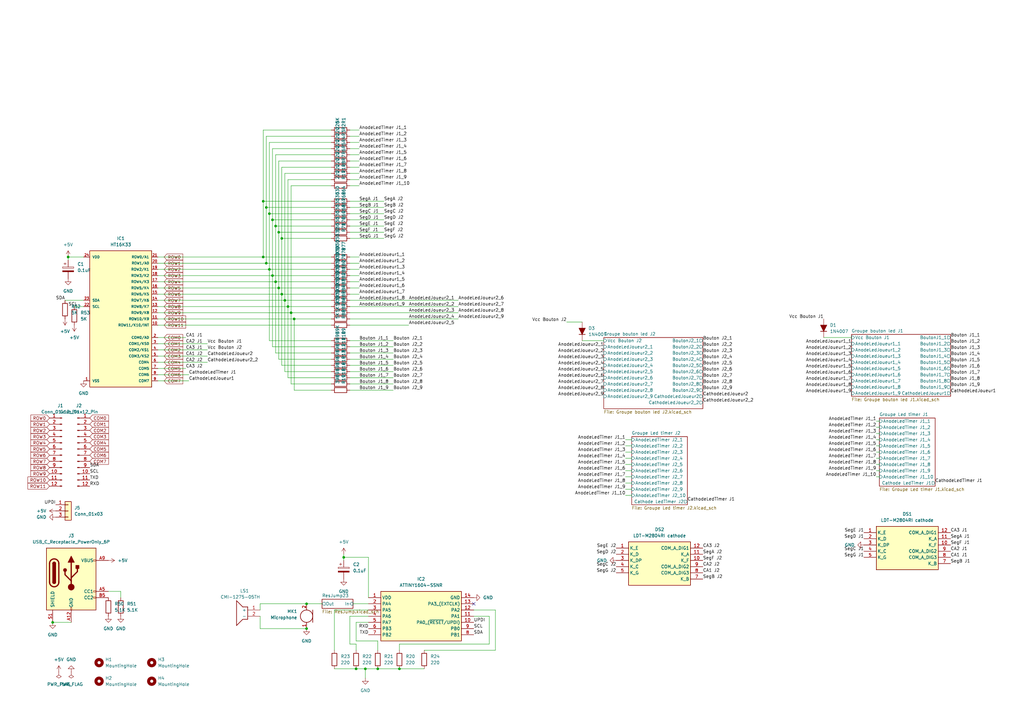
<source format=kicad_sch>
(kicad_sch (version 20231120) (generator "eeschema") (generator_version "8.0")
  (paper "A3")
  (junction (at 120.65 130.81))
  (junction (at 115.57 97.79))
  (junction (at 118.11 125.73))
  (junction (at 110.49 110.49))
  (junction (at 125.73 247.65))
  (junction (at 113.03 92.71))
  (junction (at 154.94 274.32))
  (junction (at 107.95 105.41))
  (junction (at 107.95 82.55))
  (junction (at 114.3 95.25))
  (junction (at 125.73 257.81))
  (junction (at 109.22 107.95))
  (junction (at 115.57 120.65))
  (junction (at 146.05 274.32))
  (junction (at 116.84 123.19))
  (junction (at 21.59 255.27))
  (junction (at 119.38 128.27))
  (junction (at 111.76 113.03))
  (junction (at 27.94 105.41))
  (junction (at 109.22 85.09))
  (junction (at 113.03 115.57))
  (junction (at 149.86 274.32))
  (junction (at 111.76 90.17))
  (junction (at 140.97 228.6))
  (junction (at 163.83 274.32))
  (junction (at 114.3 118.11))
  (junction (at 110.49 87.63))
  (no_connect (at 194.31 247.65))
  (wire (pts (xy 137.16 250.19) (xy 137.16 266.7)))
  (wire (pts (xy 359.41 187.96) (xy 360.68 187.96)))
  (wire (pts (xy 110.49 110.49) (xy 135.89 110.49)))
  (wire (pts (xy 135.89 68.58) (xy 115.57 68.58)))
  (wire (pts (xy 194.31 252.73) (xy 200.66 252.73)))
  (wire (pts (xy 113.03 144.78) (xy 135.89 144.78)))
  (wire (pts (xy 151.13 245.11) (xy 151.13 228.6)))
  (wire (pts (xy 143.51 144.78) (xy 161.29 144.78)))
  (wire (pts (xy 256.54 187.96) (xy 259.08 187.96)))
  (wire (pts (xy 64.77 107.95) (xy 109.22 107.95)))
  (wire (pts (xy 359.41 175.26) (xy 360.68 175.26)))
  (wire (pts (xy 64.77 105.41) (xy 107.95 105.41)))
  (wire (pts (xy 120.65 130.81) (xy 135.89 130.81)))
  (wire (pts (xy 135.89 53.34) (xy 107.95 53.34)))
  (wire (pts (xy 106.68 252.73) (xy 106.68 257.81)))
  (wire (pts (xy 163.83 264.16) (xy 200.66 264.16)))
  (wire (pts (xy 119.38 157.48) (xy 119.38 128.27)))
  (wire (pts (xy 359.41 177.8) (xy 360.68 177.8)))
  (wire (pts (xy 118.11 125.73) (xy 135.89 125.73)))
  (wire (pts (xy 116.84 123.19) (xy 135.89 123.19)))
  (wire (pts (xy 110.49 139.7) (xy 110.49 110.49)))
  (wire (pts (xy 106.68 257.81) (xy 125.73 257.81)))
  (wire (pts (xy 256.54 182.88) (xy 259.08 182.88)))
  (wire (pts (xy 111.76 142.24) (xy 135.89 142.24)))
  (wire (pts (xy 115.57 68.58) (xy 115.57 97.79)))
  (wire (pts (xy 114.3 95.25) (xy 114.3 118.11)))
  (wire (pts (xy 64.77 120.65) (xy 115.57 120.65)))
  (wire (pts (xy 151.13 247.65) (xy 144.78 247.65)))
  (wire (pts (xy 135.89 55.88) (xy 109.22 55.88)))
  (wire (pts (xy 135.89 76.2) (xy 119.38 76.2)))
  (wire (pts (xy 143.51 123.19) (xy 187.96 123.19)))
  (wire (pts (xy 143.51 66.04) (xy 147.32 66.04)))
  (wire (pts (xy 135.89 95.25) (xy 114.3 95.25)))
  (wire (pts (xy 143.51 105.41) (xy 147.32 105.41)))
  (wire (pts (xy 163.83 274.32) (xy 173.99 274.32)))
  (wire (pts (xy 64.77 113.03) (xy 111.76 113.03)))
  (wire (pts (xy 154.94 262.89) (xy 154.94 266.7)))
  (wire (pts (xy 27.94 105.41) (xy 27.94 106.68)))
  (wire (pts (xy 64.77 130.81) (xy 120.65 130.81)))
  (wire (pts (xy 110.49 139.7) (xy 135.89 139.7)))
  (wire (pts (xy 359.41 190.5) (xy 360.68 190.5)))
  (wire (pts (xy 256.54 193.04) (xy 259.08 193.04)))
  (wire (pts (xy 135.89 97.79) (xy 115.57 97.79)))
  (wire (pts (xy 115.57 149.86) (xy 115.57 120.65)))
  (wire (pts (xy 146.05 255.27) (xy 146.05 262.89)))
  (wire (pts (xy 114.3 66.04) (xy 114.3 95.25)))
  (wire (pts (xy 359.41 193.04) (xy 360.68 193.04)))
  (wire (pts (xy 143.51 120.65) (xy 147.32 120.65)))
  (wire (pts (xy 146.05 274.32) (xy 149.86 274.32)))
  (wire (pts (xy 146.05 264.16) (xy 143.51 264.16)))
  (wire (pts (xy 163.83 264.16) (xy 163.83 266.7)))
  (wire (pts (xy 143.51 139.7) (xy 161.29 139.7)))
  (wire (pts (xy 337.82 138.43) (xy 349.25 138.43)))
  (wire (pts (xy 116.84 71.12) (xy 116.84 123.19)))
  (wire (pts (xy 64.77 153.67) (xy 77.47 153.67)))
  (wire (pts (xy 109.22 55.88) (xy 109.22 85.09)))
  (wire (pts (xy 114.3 147.32) (xy 135.89 147.32)))
  (wire (pts (xy 359.41 185.42) (xy 360.68 185.42)))
  (wire (pts (xy 143.51 160.02) (xy 161.29 160.02)))
  (wire (pts (xy 118.11 154.94) (xy 135.89 154.94)))
  (wire (pts (xy 64.77 146.05) (xy 85.09 146.05)))
  (wire (pts (xy 143.51 118.11) (xy 147.32 118.11)))
  (wire (pts (xy 64.77 133.35) (xy 135.89 133.35)))
  (wire (pts (xy 143.51 55.88) (xy 147.32 55.88)))
  (wire (pts (xy 119.38 76.2) (xy 119.38 128.27)))
  (wire (pts (xy 135.89 63.5) (xy 113.03 63.5)))
  (wire (pts (xy 115.57 97.79) (xy 115.57 120.65)))
  (wire (pts (xy 34.29 105.41) (xy 27.94 105.41)))
  (wire (pts (xy 107.95 105.41) (xy 135.89 105.41)))
  (wire (pts (xy 143.51 76.2) (xy 147.32 76.2)))
  (wire (pts (xy 64.77 148.59) (xy 85.09 148.59)))
  (wire (pts (xy 256.54 185.42) (xy 259.08 185.42)))
  (wire (pts (xy 44.45 242.57) (xy 49.53 242.57)))
  (wire (pts (xy 151.13 228.6) (xy 140.97 228.6)))
  (wire (pts (xy 256.54 203.2) (xy 259.08 203.2)))
  (wire (pts (xy 106.68 247.65) (xy 125.73 247.65)))
  (wire (pts (xy 64.77 156.21) (xy 77.47 156.21)))
  (wire (pts (xy 143.51 107.95) (xy 147.32 107.95)))
  (wire (pts (xy 135.89 82.55) (xy 107.95 82.55)))
  (wire (pts (xy 143.51 82.55) (xy 157.48 82.55)))
  (wire (pts (xy 143.51 128.27) (xy 187.96 128.27)))
  (wire (pts (xy 238.76 139.7) (xy 247.65 139.7)))
  (wire (pts (xy 143.51 152.4) (xy 161.29 152.4)))
  (wire (pts (xy 359.41 180.34) (xy 360.68 180.34)))
  (wire (pts (xy 64.77 110.49) (xy 110.49 110.49)))
  (wire (pts (xy 115.57 120.65) (xy 135.89 120.65)))
  (wire (pts (xy 116.84 152.4) (xy 116.84 123.19)))
  (wire (pts (xy 113.03 144.78) (xy 113.03 115.57)))
  (wire (pts (xy 110.49 87.63) (xy 110.49 110.49)))
  (wire (pts (xy 109.22 85.09) (xy 109.22 107.95)))
  (wire (pts (xy 64.77 143.51) (xy 85.09 143.51)))
  (wire (pts (xy 143.51 95.25) (xy 157.48 95.25)))
  (wire (pts (xy 143.51 115.57) (xy 147.32 115.57)))
  (wire (pts (xy 256.54 180.34) (xy 259.08 180.34)))
  (wire (pts (xy 143.51 154.94) (xy 161.29 154.94)))
  (wire (pts (xy 137.16 274.32) (xy 146.05 274.32)))
  (wire (pts (xy 143.51 130.81) (xy 187.96 130.81)))
  (wire (pts (xy 256.54 200.66) (xy 259.08 200.66)))
  (wire (pts (xy 140.97 227.33) (xy 140.97 228.6)))
  (wire (pts (xy 26.67 123.19) (xy 34.29 123.19)))
  (wire (pts (xy 21.59 255.27) (xy 29.21 255.27)))
  (wire (pts (xy 64.77 128.27) (xy 119.38 128.27)))
  (wire (pts (xy 118.11 73.66) (xy 118.11 125.73)))
  (wire (pts (xy 64.77 115.57) (xy 113.03 115.57)))
  (wire (pts (xy 143.51 113.03) (xy 147.32 113.03)))
  (wire (pts (xy 115.57 149.86) (xy 135.89 149.86)))
  (wire (pts (xy 143.51 68.58) (xy 147.32 68.58)))
  (wire (pts (xy 143.51 60.96) (xy 147.32 60.96)))
  (wire (pts (xy 49.53 242.57) (xy 49.53 245.11)))
  (wire (pts (xy 109.22 107.95) (xy 135.89 107.95)))
  (wire (pts (xy 143.51 157.48) (xy 161.29 157.48)))
  (wire (pts (xy 118.11 154.94) (xy 118.11 125.73)))
  (wire (pts (xy 135.89 85.09) (xy 109.22 85.09)))
  (wire (pts (xy 154.94 274.32) (xy 163.83 274.32)))
  (wire (pts (xy 132.08 247.65) (xy 125.73 247.65)))
  (wire (pts (xy 143.51 142.24) (xy 161.29 142.24)))
  (wire (pts (xy 120.65 160.02) (xy 120.65 130.81)))
  (wire (pts (xy 143.51 149.86) (xy 161.29 149.86)))
  (wire (pts (xy 256.54 195.58) (xy 259.08 195.58)))
  (wire (pts (xy 64.77 118.11) (xy 114.3 118.11)))
  (wire (pts (xy 143.51 71.12) (xy 147.32 71.12)))
  (wire (pts (xy 143.51 58.42) (xy 147.32 58.42)))
  (wire (pts (xy 119.38 128.27) (xy 135.89 128.27)))
  (wire (pts (xy 359.41 195.58) (xy 360.68 195.58)))
  (wire (pts (xy 135.89 71.12) (xy 116.84 71.12)))
  (wire (pts (xy 151.13 250.19) (xy 137.16 250.19)))
  (wire (pts (xy 143.51 252.73) (xy 151.13 252.73)))
  (wire (pts (xy 143.51 53.34) (xy 147.32 53.34)))
  (wire (pts (xy 119.38 157.48) (xy 135.89 157.48)))
  (wire (pts (xy 143.51 147.32) (xy 161.29 147.32)))
  (wire (pts (xy 64.77 140.97) (xy 85.09 140.97)))
  (wire (pts (xy 203.2 250.19) (xy 203.2 266.7)))
  (wire (pts (xy 256.54 190.5) (xy 259.08 190.5)))
  (wire (pts (xy 143.51 133.35) (xy 167.64 133.35)))
  (wire (pts (xy 143.51 97.79) (xy 157.48 97.79)))
  (wire (pts (xy 149.86 274.32) (xy 154.94 274.32)))
  (wire (pts (xy 135.89 60.96) (xy 111.76 60.96)))
  (wire (pts (xy 107.95 53.34) (xy 107.95 82.55)))
  (wire (pts (xy 203.2 266.7) (xy 173.99 266.7)))
  (wire (pts (xy 135.89 73.66) (xy 118.11 73.66)))
  (wire (pts (xy 143.51 110.49) (xy 147.32 110.49)))
  (wire (pts (xy 135.89 87.63) (xy 110.49 87.63)))
  (wire (pts (xy 113.03 115.57) (xy 135.89 115.57)))
  (wire (pts (xy 116.84 152.4) (xy 135.89 152.4)))
  (wire (pts (xy 114.3 118.11) (xy 135.89 118.11)))
  (wire (pts (xy 359.41 182.88) (xy 360.68 182.88)))
  (wire (pts (xy 146.05 266.7) (xy 146.05 264.16)))
  (wire (pts (xy 111.76 90.17) (xy 111.76 113.03)))
  (wire (pts (xy 107.95 82.55) (xy 107.95 105.41)))
  (wire (pts (xy 194.31 250.19) (xy 203.2 250.19)))
  (wire (pts (xy 111.76 113.03) (xy 111.76 142.24)))
  (wire (pts (xy 111.76 113.03) (xy 135.89 113.03)))
  (wire (pts (xy 149.86 274.32) (xy 149.86 278.13)))
  (wire (pts (xy 200.66 252.73) (xy 200.66 264.16)))
  (wire (pts (xy 256.54 198.12) (xy 259.08 198.12)))
  (wire (pts (xy 135.89 58.42) (xy 110.49 58.42)))
  (wire (pts (xy 120.65 160.02) (xy 135.89 160.02)))
  (wire (pts (xy 143.51 85.09) (xy 157.48 85.09)))
  (wire (pts (xy 106.68 250.19) (xy 106.68 247.65)))
  (wire (pts (xy 143.51 125.73) (xy 187.96 125.73)))
  (wire (pts (xy 143.51 73.66) (xy 147.32 73.66)))
  (wire (pts (xy 143.51 63.5) (xy 147.32 63.5)))
  (wire (pts (xy 135.89 66.04) (xy 114.3 66.04)))
  (wire (pts (xy 143.51 90.17) (xy 157.48 90.17)))
  (wire (pts (xy 146.05 262.89) (xy 154.94 262.89)))
  (wire (pts (xy 238.76 132.08) (xy 232.41 132.08)))
  (wire (pts (xy 113.03 92.71) (xy 113.03 115.57)))
  (wire (pts (xy 110.49 58.42) (xy 110.49 87.63)))
  (wire (pts (xy 113.03 63.5) (xy 113.03 92.71)))
  (wire (pts (xy 143.51 92.71) (xy 157.48 92.71)))
  (wire (pts (xy 64.77 151.13) (xy 76.2 151.13)))
  (wire (pts (xy 135.89 90.17) (xy 111.76 90.17)))
  (wire (pts (xy 151.13 255.27) (xy 146.05 255.27)))
  (wire (pts (xy 64.77 123.19) (xy 116.84 123.19)))
  (wire (pts (xy 111.76 60.96) (xy 111.76 90.17)))
  (wire (pts (xy 143.51 87.63) (xy 157.48 87.63)))
  (wire (pts (xy 135.89 92.71) (xy 113.03 92.71)))
  (wire (pts (xy 143.51 252.73) (xy 143.51 264.16)))
  (wire (pts (xy 30.48 125.73) (xy 34.29 125.73)))
  (wire (pts (xy 64.77 138.43) (xy 76.2 138.43)))
  (wire (pts (xy 114.3 118.11) (xy 114.3 147.32)))
  (wire (pts (xy 140.97 228.6) (xy 140.97 229.87)))
  (wire (pts (xy 64.77 125.73) (xy 118.11 125.73)))
  (wire (pts (xy 359.41 172.72) (xy 360.68 172.72)))
  (label "SegD J1" (at 354.33 220.98 180))
  (label "Bouton J1_9" (at 147.32 160.02 0))
  (label "Bouton J2_8" (at 161.29 157.48 0))
  (label "AnodeLedJoueur1_3" (at 147.32 110.49 0))
  (label "CA2 J1" (at 389.89 226.06 0))
  (label "CA3 J2" (at 288.29 224.79 0))
  (label "SegF J1" (at 147.32 95.25 0))
  (label "Bouton J2_1" (at 161.29 139.7 0))
  (label "AnodeLedJoueur1_1" (at 349.25 140.97 180))
  (label "AnodeLedJoueur1_7" (at 147.32 120.65 0))
  (label "AnodeLedTimer J1_8" (at 359.41 190.5 180))
  (label "AnodeLedTimer J1_9" (at 256.54 200.66 180))
  (label "Bouton J2_8" (at 288.29 157.48 0))
  (label "Bouton J1_2" (at 389.89 140.97 0))
  (label "SegC J2" (at 252.73 232.41 180))
  (label "Bouton J2_9" (at 288.29 160.02 0))
  (label "Bouton J2_3" (at 288.29 144.78 0))
  (label "CathodeLedJoueur2" (at 288.29 162.56 0))
  (label "SegA J2" (at 288.29 227.33 0))
  (label "Bouton J1_7" (at 389.89 153.67 0))
  (label "SegF J1" (at 389.89 223.52 0))
  (label "AnodeLedJoueur2_1" (at 247.65 142.24 180))
  (label "AnodeLedJoueur2_6" (at 187.96 123.19 0))
  (label "AnodeLedTimer J1_10" (at 256.54 203.2 180))
  (label "Bouton J2_2" (at 161.29 142.24 0))
  (label "SegA J2" (at 157.48 82.55 0))
  (label "AnodeLedJoueur1_4" (at 147.32 113.03 0))
  (label "AnodeLedTimer J1_2" (at 359.41 175.26 180))
  (label "AnodeLedJoueur2_4" (at 167.64 130.81 0))
  (label "AnodeLedTimer J1_4" (at 256.54 187.96 180))
  (label "AnodeLedJoueur2_9" (at 187.96 130.81 0))
  (label "CathodeLedJoueur2" (at 85.09 146.05 0))
  (label "Bouton J2_9" (at 161.29 160.02 0))
  (label "SDA" (at 194.31 260.35 0))
  (label "Bouton J1_3" (at 389.89 143.51 0))
  (label "SegF J2" (at 288.29 229.87 0))
  (label "SegB J1" (at 147.32 85.09 0))
  (label "CA1 J1" (at 76.2 138.43 0))
  (label "SegB J2" (at 157.48 85.09 0))
  (label "CathodeLedJoueur2_2" (at 85.09 148.59 0))
  (label "AnodeLedTimer J1_1" (at 147.32 53.34 0))
  (label "Bouton J1_5" (at 389.89 148.59 0))
  (label "AnodeLedTimer J1_1" (at 359.41 172.72 180))
  (label "AnodeLedJoueur1_3" (at 349.25 146.05 180))
  (label "SegB J1" (at 389.89 231.14 0))
  (label "SegG J2" (at 252.73 234.95 180))
  (label "AnodeLedTimer J1_8" (at 256.54 198.12 180))
  (label "AnodeLedTimer J1_6" (at 256.54 193.04 180))
  (label "CA2 J2" (at 76.2 148.59 0))
  (label "CA1 J2" (at 288.29 234.95 0))
  (label "CA3 J1" (at 389.89 218.44 0))
  (label "Bouton J2_3" (at 161.29 144.78 0))
  (label "AnodeLedJoueur1_7" (at 349.25 156.21 180))
  (label "AnodeLedJoueur2_3" (at 247.65 147.32 180))
  (label "AnodeLedJoueur1_6" (at 349.25 153.67 180))
  (label "AnodeLedTimer J1_9" (at 359.41 193.04 180))
  (label "SCL" (at 36.83 194.31 0))
  (label "AnodeLedTimer J1_5" (at 256.54 190.5 180))
  (label "Bouton J1_6" (at 389.89 151.13 0))
  (label "AnodeLedJoueur2_8" (at 247.65 160.02 180))
  (label "AnodeLedTimer J1_3" (at 256.54 185.42 180))
  (label "AnodeLedJoueur2_7" (at 187.96 125.73 0))
  (label "AnodeLedJoueur1_6" (at 147.32 118.11 0))
  (label "CA1 J2" (at 76.2 146.05 0))
  (label "AnodeLedJoueur2_6" (at 247.65 154.94 180))
  (label "TXD" (at 36.83 196.85 0))
  (label "Bouton J2_5" (at 161.29 149.86 0))
  (label "RXD" (at 151.13 257.81 180))
  (label "SegG J1" (at 147.32 97.79 0))
  (label "AnodeLedJoueur1_5" (at 349.25 151.13 180))
  (label "SegE J2" (at 157.48 92.71 0))
  (label "CathodeLedTimer J1" (at 77.47 153.67 0))
  (label "SegC J1" (at 354.33 226.06 180))
  (label "SegD J2" (at 157.48 90.17 0))
  (label "AnodeLedTimer J1_5" (at 359.41 182.88 180))
  (label "AnodeLedTimer J1_7" (at 359.41 187.96 180))
  (label "Vcc Bouton J2" (at 85.09 143.51 0))
  (label "AnodeLedJoueur1_2" (at 349.25 143.51 180))
  (label "Bouton J2_4" (at 288.29 147.32 0))
  (label "Bouton J1_4" (at 389.89 146.05 0))
  (label "AnodeLedJoueur2_9" (at 247.65 162.56 180))
  (label "Bouton J2_1" (at 288.29 139.7 0))
  (label "Vcc Bouton J1" (at 337.82 130.81 180))
  (label "CathodeLedJoueur1" (at 77.47 156.21 0))
  (label "AnodeLedJoueur2_2" (at 167.64 125.73 0))
  (label "SDA" (at 36.83 191.77 0))
  (label "Bouton J2_6" (at 161.29 152.4 0))
  (label "CA1 J1" (at 389.89 228.6 0))
  (label "SCL" (at 31.75 125.73 180))
  (label "Bouton J1_5" (at 147.32 149.86 0))
  (label "SCL" (at 194.31 257.81 0))
  (label "SegC J2" (at 157.48 87.63 0))
  (label "SDA" (at 26.67 123.19 180))
  (label "AnodeLedJoueur2_5" (at 167.64 133.35 0))
  (label "Bouton J1_2" (at 147.32 142.24 0))
  (label "AnodeLedJoueur1_4" (at 349.25 148.59 180))
  (label "AnodeLedTimer J1_4" (at 359.41 180.34 180))
  (label "Bouton J2_4" (at 161.29 147.32 0))
  (label "TXD" (at 151.13 260.35 180))
  (label "Bouton J2_6" (at 288.29 152.4 0))
  (label "SegD J2" (at 252.73 227.33 180))
  (label "SegC J1" (at 147.32 87.63 0))
  (label "AnodeLedJoueur1_8" (at 349.25 158.75 180))
  (label "CA3 J2" (at 76.2 151.13 0))
  (label "SegA J1" (at 147.32 82.55 0))
  (label "UPDI" (at 22.86 207.01 180))
  (label "AnodeLedTimer J1_2" (at 256.54 182.88 180))
  (label "Bouton J1_9" (at 389.89 158.75 0))
  (label "AnodeLedJoueur1_9" (at 147.32 125.73 0))
  (label "AnodeLedTimer J1_8" (at 147.32 71.12 0))
  (label "AnodeLedJoueur1_5" (at 147.32 115.57 0))
  (label "CA3 J1" (at 76.2 143.51 0))
  (label "CathodeLedTimer J1" (at 383.54 198.12 0))
  (label "SegD J1" (at 147.32 90.17 0))
  (label "AnodeLedJoueur1_8" (at 147.32 123.19 0))
  (label "AnodeLedJoueur2_5" (at 247.65 152.4 180))
  (label "AnodeLedJoueur2_7" (at 247.65 157.48 180))
  (label "AnodeLedTimer J1_5" (at 147.32 63.5 0))
  (label "SegE J2" (at 252.73 224.79 180))
  (label "AnodeLedTimer J1_6" (at 359.41 185.42 180))
  (label "AnodeLedJoueur2_4" (at 247.65 149.86 180))
  (label "SegB J2" (at 288.29 237.49 0))
  (label "AnodeLedTimer J1_6" (at 147.32 66.04 0))
  (label "UPDI" (at 194.31 255.27 0))
  (label "Bouton J1_1" (at 147.32 139.7 0))
  (label "Bouton J1_6" (at 147.32 152.4 0))
  (label "AnodeLedTimer J1_2" (at 147.32 55.88 0))
  (label "Bouton J2_5" (at 288.29 149.86 0))
  (label "AnodeLedTimer J1_10" (at 359.41 195.58 180))
  (label "Bouton J1_7" (at 147.32 154.94 0))
  (label "AnodeLedTimer J1_1" (at 256.54 180.34 180))
  (label "SegA J1" (at 389.89 220.98 0))
  (label "AnodeLedTimer J1_10" (at 147.32 76.2 0))
  (label "SegG J1" (at 354.33 228.6 180))
  (label "Bouton J1_1" (at 389.89 138.43 0))
  (label "Bouton J1_3" (at 147.32 144.78 0))
  (label "SegG J2" (at 157.48 97.79 0))
  (label "Bouton J1_8" (at 389.89 156.21 0))
  (label "AnodeLedTimer J1_9" (at 147.32 73.66 0))
  (label "Bouton J1_4" (at 147.32 147.32 0))
  (label "AnodeLedJoueur1_9" (at 349.25 161.29 180))
  (label "CathodeLedJoueur2_2" (at 288.29 165.1 0))
  (label "AnodeLedJoueur1_2" (at 147.32 107.95 0))
  (label "SegF J2" (at 157.48 95.25 0))
  (label "Bouton J2_2" (at 288.29 142.24 0))
  (label "Vcc Bouton J1" (at 85.09 140.97 0))
  (label "AnodeLedTimer J1_7" (at 147.32 68.58 0))
  (label "Bouton J1_8" (at 147.32 157.48 0))
  (label "AnodeLedTimer J1_3" (at 147.32 58.42 0))
  (label "AnodeLedJoueur2_2" (at 247.65 144.78 180))
  (label "CathodeLedTimer J1" (at 281.94 205.74 0))
  (label "AnodeLedJoueur2_1" (at 167.64 123.19 0))
  (label "CA2 J2" (at 288.29 232.41 0))
  (label "Bouton J2_7" (at 288.29 154.94 0))
  (label "RXD" (at 36.83 199.39 0))
  (label "AnodeLedJoueur2_3" (at 167.64 128.27 0))
  (label "SegE J1" (at 147.32 92.71 0))
  (label "AnodeLedTimer J1_7" (at 256.54 195.58 180))
  (label "AnodeLedTimer J1_4" (at 147.32 60.96 0))
  (label "Bouton J2_7" (at 161.29 154.94 0))
  (label "Vcc Bouton J2" (at 232.41 132.08 180))
  (label "SegE J1" (at 354.33 218.44 180))
  (label "CathodeLedJoueur1" (at 389.89 161.29 0))
  (label "AnodeLedJoueur1_1" (at 147.32 105.41 0))
  (label "CA2 J1" (at 76.2 140.97 0))
  (label "AnodeLedTimer J1_3" (at 359.41 177.8 180))
  (label "AnodeLedJoueur2_8" (at 187.96 128.27 0))
  (global_label "COM2" (shape input) (at 67.31 143.51 0) (property "Intersheetrefs" "${INTERSHEET_REFS}" (effects (hide yes))))
  (global_label "COM7" (shape input) (at 36.83 189.23 0) (property "Intersheetrefs" "${INTERSHEET_REFS}" (effects (hide yes))))
  (global_label "COM5" (shape input) (at 36.83 184.15 0) (property "Intersheetrefs" "${INTERSHEET_REFS}" (effects (hide yes))))
  (global_label "ROW2" (shape input) (at 67.31 110.49 0) (property "Intersheetrefs" "${INTERSHEET_REFS}" (effects (hide yes))))
  (global_label "COM0" (shape input) (at 36.83 171.45 0) (property "Intersheetrefs" "${INTERSHEET_REFS}" (effects (hide yes))))
  (global_label "COM0" (shape input) (at 67.31 138.43 0) (property "Intersheetrefs" "${INTERSHEET_REFS}" (effects (hide yes))))
  (global_label "ROW5" (shape input) (at 20.32 184.15 180) (property "Intersheetrefs" "${INTERSHEET_REFS}" (effects (hide yes))))
  (global_label "COM7" (shape input) (at 67.31 156.21 0) (property "Intersheetrefs" "${INTERSHEET_REFS}" (effects (hide yes))))
  (global_label "ROW6" (shape input) (at 20.32 186.69 180) (property "Intersheetrefs" "${INTERSHEET_REFS}" (effects (hide yes))))
  (global_label "COM5" (shape input) (at 67.31 151.13 0) (property "Intersheetrefs" "${INTERSHEET_REFS}" (effects (hide yes))))
  (global_label "ROW2" (shape input) (at 20.32 176.53 180) (property "Intersheetrefs" "${INTERSHEET_REFS}" (effects (hide yes))))
  (global_label "ROW3" (shape input) (at 67.31 113.03 0) (property "Intersheetrefs" "${INTERSHEET_REFS}" (effects (hide yes))))
  (global_label "ROW10" (shape input) (at 67.31 130.81 0) (property "Intersheetrefs" "${INTERSHEET_REFS}" (effects (hide yes))))
  (global_label "ROW7" (shape input) (at 20.32 189.23 180) (property "Intersheetrefs" "${INTERSHEET_REFS}" (effects (hide yes))))
  (global_label "COM1" (shape input) (at 67.31 140.97 0) (property "Intersheetrefs" "${INTERSHEET_REFS}" (effects (hide yes))))
  (global_label "ROW9" (shape input) (at 20.32 194.31 180) (property "Intersheetrefs" "${INTERSHEET_REFS}" (effects (hide yes))))
  (global_label "ROW0" (shape input) (at 67.31 105.41 0) (property "Intersheetrefs" "${INTERSHEET_REFS}" (effects (hide yes))))
  (global_label "ROW0" (shape input) (at 20.32 171.45 180) (property "Intersheetrefs" "${INTERSHEET_REFS}" (effects (hide yes))))
  (global_label "ROW1" (shape input) (at 67.31 107.95 0) (property "Intersheetrefs" "${INTERSHEET_REFS}" (effects (hide yes))))
  (global_label "ROW10" (shape input) (at 20.32 196.85 180) (property "Intersheetrefs" "${INTERSHEET_REFS}" (effects (hide yes))))
  (global_label "ROW8" (shape input) (at 20.32 191.77 180) (property "Intersheetrefs" "${INTERSHEET_REFS}" (effects (hide yes))))
  (global_label "ROW6" (shape input) (at 67.31 120.65 0) (property "Intersheetrefs" "${INTERSHEET_REFS}" (effects (hide yes))))
  (global_label "COM3" (shape input) (at 67.31 146.05 0) (property "Intersheetrefs" "${INTERSHEET_REFS}" (effects (hide yes))))
  (global_label "COM4" (shape input) (at 36.83 181.61 0) (property "Intersheetrefs" "${INTERSHEET_REFS}" (effects (hide yes))))
  (global_label "ROW11" (shape input) (at 20.32 199.39 180) (property "Intersheetrefs" "${INTERSHEET_REFS}" (effects (hide yes))))
  (global_label "COM4" (shape input) (at 67.31 148.59 0) (property "Intersheetrefs" "${INTERSHEET_REFS}" (effects (hide yes))))
  (global_label "ROW4" (shape input) (at 20.32 181.61 180) (property "Intersheetrefs" "${INTERSHEET_REFS}" (effects (hide yes))))
  (global_label "COM1" (shape input) (at 36.83 173.99 0) (property "Intersheetrefs" "${INTERSHEET_REFS}" (effects (hide yes))))
  (global_label "ROW1" (shape input) (at 20.32 173.99 180) (property "Intersheetrefs" "${INTERSHEET_REFS}" (effects (hide yes))))
  (global_label "ROW8" (shape input) (at 67.31 125.73 0) (property "Intersheetrefs" "${INTERSHEET_REFS}" (effects (hide yes))))
  (global_label "ROW4" (shape input) (at 67.31 115.57 0) (property "Intersheetrefs" "${INTERSHEET_REFS}" (effects (hide yes))))
  (global_label "COM6" (shape input) (at 67.31 153.67 0) (property "Intersheetrefs" "${INTERSHEET_REFS}" (effects (hide yes))))
  (global_label "ROW5" (shape input) (at 67.31 118.11 0) (property "Intersheetrefs" "${INTERSHEET_REFS}" (effects (hide yes))))
  (global_label "ROW3" (shape input) (at 20.32 179.07 180) (property "Intersheetrefs" "${INTERSHEET_REFS}" (effects (hide yes))))
  (global_label "COM3" (shape input) (at 36.83 179.07 0) (property "Intersheetrefs" "${INTERSHEET_REFS}" (effects (hide yes))))
  (global_label "ROW11" (shape input) (at 67.31 133.35 0) (property "Intersheetrefs" "${INTERSHEET_REFS}" (effects (hide yes))))
  (global_label "ROW9" (shape input) (at 67.31 128.27 0) (property "Intersheetrefs" "${INTERSHEET_REFS}" (effects (hide yes))))
  (global_label "COM6" (shape input) (at 36.83 186.69 0) (property "Intersheetrefs" "${INTERSHEET_REFS}" (effects (hide yes))))
  (global_label "ROW7" (shape input) (at 67.31 123.19 0) (property "Intersheetrefs" "${INTERSHEET_REFS}" (effects (hide yes))))
  (global_label "COM2" (shape input) (at 36.83 176.53 0) (property "Intersheetrefs" "${INTERSHEET_REFS}" (effects (hide yes))))
  (symbol (lib_id "Device:R") (at 139.7 58.42 270) (mirror x) (unit 1)
    (property "Reference" "R3" (at 140.9701 55.88 0) (effects (justify left)))
    (property "Value" "220" (at 138.4301 55.88 0) (effects (justify left)))
    (property "Footprint" "Resistor_SMD:R_0805_2012Metric_Pad1.20x1.40mm_HandSolder" (effects (hide yes)))
    (property "Description" "Resistor" (effects (hide yes)))
  )
  (symbol (lib_id "Device:R") (at 139.7 160.02 270) (mirror x) (unit 1)
    (property "Reference" "R19" (at 140.9701 157.48 0) (effects (justify left)))
    (property "Value" "39K" (at 138.4301 157.48 0) (effects (justify left)))
    (property "Footprint" "Resistor_SMD:R_0805_2012Metric_Pad1.20x1.40mm_HandSolder" (effects (hide yes)))
    (property "Description" "Resistor" (effects (hide yes)))
  )
  (symbol (lib_id "Device:R") (at 139.7 97.79 270) (mirror x) (unit 1)
    (property "Reference" "R71" (at 140.9701 95.25 0) (effects (justify left)))
    (property "Value" "330" (at 138.4301 95.25 0) (effects (justify left)))
    (property "Footprint" "Resistor_SMD:R_0805_2012Metric_Pad1.20x1.40mm_HandSolder" (effects (hide yes)))
    (property "Description" "Resistor" (effects (hide yes)))
  )
  (symbol (lib_id "Device:R") (at 139.7 105.41 270) (mirror x) (unit 1)
    (property "Reference" "R77" (at 140.9701 102.87 0) (effects (justify left)))
    (property "Value" "5K / 330" (at 138.4301 102.87 0) (effects (justify left)))
    (property "Footprint" "Resistor_SMD:R_0805_2012Metric_Pad1.20x1.40mm_HandSolder" (effects (hide yes)))
    (property "Description" "Resistor" (effects (hide yes)))
  )
  (symbol (lib_id "Device:R") (at 139.7 142.24 270) (mirror x) (unit 1)
    (property "Reference" "R10" (at 140.9701 139.7 0) (effects (justify left)))
    (property "Value" "39K" (at 138.4301 139.7 0) (effects (justify left)))
    (property "Footprint" "Resistor_SMD:R_0805_2012Metric_Pad1.20x1.40mm_HandSolder" (effects (hide yes)))
    (property "Description" "Resistor" (effects (hide yes)))
  )
  (symbol (lib_id "Device:R") (at 163.83 270.51 0) (unit 1)
    (property "Reference" "R20" (at 166.37 269.2399 0) (effects (justify left)))
    (property "Value" "220" (at 166.37 271.7799 0) (effects (justify left)))
    (property "Footprint" "Resistor_SMD:R_0805_2012Metric_Pad1.20x1.40mm_HandSolder" (effects (hide yes)))
    (property "Description" "Resistor" (effects (hide yes)))
  )
  (symbol (lib_id "Device:R") (at 49.53 248.92 0) (unit 1)
    (property "Reference" "R51" (at 52.07 247.6499 0) (effects (justify left)))
    (property "Value" "5.1K" (at 52.07 250.1899 0) (effects (justify left)))
    (property "Footprint" "Resistor_SMD:R_0805_2012Metric_Pad1.20x1.40mm_HandSolder" (effects (hide yes)))
    (property "Description" "Resistor" (effects (hide yes)))
  )
  (symbol (lib_id "ATTINY1604-SSNR:ATTINY1604-SSNR") (at 151.13 245.11 0) (unit 1)
    (property "Reference" "IC2" (at 172.72 237.49 0))
    (property "Value" "ATTINY1604-SSNR" (at 172.72 240.03 0))
    (property "Footprint" "SOIC127P600X175-14N" (effects (hide yes)))
    (property "Description" "8-bit Microcontrollers - MCU 20MHz, 16KB, SOIC14, Ind 105C, Green, T&R" (effects (hide yes)))
    (property "Height" "1.75" (effects (hide yes)))
    (property "Mouser Part Number" "579-ATTINY1604-SSNR" (effects (hide yes)))
    (property "Mouser Price/Stock" "https://www.mouser.co.uk/ProductDetail/Microchip-Technology/ATTINY1604-SSNR?qs=u16ybLDytRYXivcPw7eCYw%3D%3D" (effects (hide yes)))
    (property "Manufacturer_Name" "Microchip" (effects (hide yes)))
    (property "Manufacturer_Part_Number" "ATTINY1604-SSNR" (effects (hide yes)))
    (property "LCSC Part #" "C614830" (effects (hide yes)))
  )
  (symbol (lib_id "Device:R") (at 139.7 60.96 270) (mirror x) (unit 1)
    (property "Reference" "R4" (at 140.9701 58.42 0) (effects (justify left)))
    (property "Value" "220" (at 138.4301 58.42 0) (effects (justify left)))
    (property "Footprint" "Resistor_SMD:R_0805_2012Metric_Pad1.20x1.40mm_HandSolder" (effects (hide yes)))
    (property "Description" "Resistor" (effects (hide yes)))
  )
  (symbol (lib_id "Device:R") (at 139.7 147.32 270) (mirror x) (unit 1)
    (property "Reference" "R12" (at 140.9701 144.78 0) (effects (justify left)))
    (property "Value" "39K" (at 138.4301 144.78 0) (effects (justify left)))
    (property "Footprint" "Resistor_SMD:R_0805_2012Metric_Pad1.20x1.40mm_HandSolder" (effects (hide yes)))
    (property "Description" "Resistor" (effects (hide yes)))
  )
  (symbol (lib_id "Device:R") (at 139.7 125.73 270) (mirror x) (unit 1)
    (property "Reference" "R85" (at 140.9701 123.19 0) (effects (justify left)))
    (property "Value" "5K / 330" (at 138.4301 123.19 0) (effects (justify left)))
    (property "Footprint" "Resistor_SMD:R_0805_2012Metric_Pad1.20x1.40mm_HandSolder" (effects (hide yes)))
    (property "Description" "Resistor" (effects (hide yes)))
  )
  (symbol (lib_id "Device:R") (at 139.7 149.86 270) (mirror x) (unit 1)
    (property "Reference" "R13" (at 140.9701 147.32 0) (effects (justify left)))
    (property "Value" "39K" (at 138.4301 147.32 0) (effects (justify left)))
    (property "Footprint" "Resistor_SMD:R_0805_2012Metric_Pad1.20x1.40mm_HandSolder" (effects (hide yes)))
    (property "Description" "Resistor" (effects (hide yes)))
  )
  (symbol (lib_id "CMI-1275-05TH:CMI-1275-05TH") (at 106.68 250.19 0) (mirror y) (unit 1)
    (property "Reference" "LS1" (at 102.108 242.316 0) (effects (justify left)))
    (property "Value" "CMI-1275-05TH" (at 106.68 244.856 0) (effects (justify left)))
    (property "Footprint" "CMI127505TH" (effects (hide yes)))
    (property "Datasheet" "https://www.sameskydevices.com/product/resource/cmi-1275-05th.pdf" (effects (hide yes)))
    (property "Description" "12 mm, 5 Vdc, 85 dB, Through Hole, Magnetic Audio Indicator Buzzer" (effects (hide yes)))
    (property "Height" "8" (effects (hide yes)))
    (property "Mouser Part Number" "179-CMI-1275-05TH" (effects (hide yes)))
    (property "Mouser Price/Stock" "https://www.mouser.co.uk/ProductDetail/Same-Sky/CMI-1275-05TH?qs=olJun0bQHM8CTN7pfxW40w%3D%3D" (effects (hide yes)))
    (property "Manufacturer_Name" "Same Sky" (effects (hide yes)))
    (property "Manufacturer_Part_Number" "CMI-1275-05TH" (effects (hide yes)))
  )
  (symbol (lib_id "Device:R") (at 139.7 133.35 270) (mirror x) (unit 1)
    (property "Reference" "R88" (at 140.9701 130.81 0) (effects (justify left)))
    (property "Value" "5K / 330" (at 138.4301 130.81 0) (effects (justify left)))
    (property "Footprint" "Resistor_SMD:R_0805_2012Metric_Pad1.20x1.40mm_HandSolder" (effects (hide yes)))
    (property "Description" "Resistor" (effects (hide yes)))
  )
  (symbol (lib_id "Device:R") (at 139.7 107.95 270) (mirror x) (unit 1)
    (property "Reference" "R78" (at 140.9701 105.41 0) (effects (justify left)))
    (property "Value" "5K / 330" (at 138.4301 105.41 0) (effects (justify left)))
    (property "Footprint" "Resistor_SMD:R_0805_2012Metric_Pad1.20x1.40mm_HandSolder" (effects (hide yes)))
    (property "Description" "Resistor" (effects (hide yes)))
  )
  (symbol (lib_id "PCM_4ms_Power-symbol:GND") (at 22.86 212.09 270) (unit 1)
    (property "Reference" "#PWR06" (effects (hide yes)))
    (property "Value" "GND" (at 19.05 212.0899 90) (effects (justify right)))
  )
  (symbol (lib_id "Mechanical:MountingHole") (at 40.64 271.78 0) (unit 1) (exclude_from_sim yes) (in_bom no)
    (property "Reference" "H1" (at 43.18 270.5099 0) (effects (justify left)))
    (property "Value" "MountingHole" (at 43.18 273.0499 0) (effects (justify left)))
    (property "Footprint" "MountingHole:MountingHole_2.2mm_M2" (effects (hide yes)))
    (property "Description" "Mounting Hole without connection" (effects (hide yes)))
  )
  (symbol (lib_id "Device:R") (at 44.45 248.92 0) (unit 1)
    (property "Reference" "R50" (at 46.99 247.6499 0) (effects (justify left)))
    (property "Value" "5.1K" (at 46.99 250.1899 0) (effects (justify left)))
    (property "Footprint" "Resistor_SMD:R_0805_2012Metric_Pad1.20x1.40mm_HandSolder" (effects (hide yes)))
    (property "Description" "Resistor" (effects (hide yes)))
  )
  (symbol (lib_id "Mechanical:MountingHole") (at 40.64 279.4 0) (unit 1) (exclude_from_sim yes) (in_bom no)
    (property "Reference" "H2" (at 43.18 278.1299 0) (effects (justify left)))
    (property "Value" "MountingHole" (at 43.18 280.6699 0) (effects (justify left)))
    (property "Footprint" "MountingHole:MountingHole_2.2mm_M2" (effects (hide yes)))
    (property "Description" "Mounting Hole without connection" (effects (hide yes)))
  )
  (symbol (lib_id "Connector:Conn_01x12_Pin") (at 31.75 184.15 0) (unit 1)
    (property "Reference" "J2" (at 32.385 166.37 0))
    (property "Value" "Conn_01x12_Pin" (at 32.385 168.91 0))
    (property "Footprint" "Connector_PinHeader_2.54mm:PinHeader_1x12_P2.54mm_Vertical" (effects (hide yes)))
    (property "Description" "Generic connector, single row, 01x12, script generated" (effects (hide yes)))
  )
  (symbol (lib_id "Device:R") (at 139.7 85.09 270) (mirror x) (unit 1)
    (property "Reference" "R66" (at 140.9701 82.55 0) (effects (justify left)))
    (property "Value" "330" (at 138.4301 82.55 0) (effects (justify left)))
    (property "Footprint" "Resistor_SMD:R_0805_2012Metric_Pad1.20x1.40mm_HandSolder" (effects (hide yes)))
    (property "Description" "Resistor" (effects (hide yes)))
  )
  (symbol (lib_id "PCM_4ms_Power-symbol:GND") (at 27.94 114.3 0) (unit 1)
    (property "Reference" "#PWR04" (effects (hide yes)))
    (property "Value" "GND" (at 27.94 119.38 0))
  )
  (symbol (lib_id "Device:R") (at 139.7 144.78 270) (mirror x) (unit 1)
    (property "Reference" "R11" (at 140.9701 142.24 0) (effects (justify left)))
    (property "Value" "39K" (at 138.4301 142.24 0) (effects (justify left)))
    (property "Footprint" "Resistor_SMD:R_0805_2012Metric_Pad1.20x1.40mm_HandSolder" (effects (hide yes)))
    (property "Description" "Resistor" (effects (hide yes)))
  )
  (symbol (lib_id "PCM_4ms_Power-symbol:+5V") (at 27.94 105.41 0) (unit 1)
    (property "Reference" "#PWR02" (effects (hide yes)))
    (property "Value" "+5V" (at 27.94 100.33 0))
  )
  (symbol (lib_id "PCM_4ms_Power-symbol:GND") (at 34.29 156.21 0) (unit 1)
    (property "Reference" "#PWR08" (effects (hide yes)))
    (property "Value" "GND" (at 34.29 161.29 0))
  )
  (symbol (lib_id "PCM_4ms_Power-symbol:GND") (at 29.21 275.59 180) (unit 1)
    (property "Reference" "#PWR028" (effects (hide yes)))
    (property "Value" "GND" (at 29.21 270.51 0))
  )
  (symbol (lib_id "Connector:Conn_01x12_Pin") (at 25.4 184.15 0) (mirror y) (unit 1)
    (property "Reference" "J1" (at 24.765 166.37 0))
    (property "Value" "Conn_01x12_Pin" (at 24.765 168.91 0))
    (property "Footprint" "Connector_PinHeader_2.54mm:PinHeader_1x12_P2.54mm_Vertical" (effects (hide yes)))
    (property "Description" "Generic connector, single row, 01x12, script generated" (effects (hide yes)))
  )
  (symbol (lib_id "Device:R") (at 139.7 95.25 270) (mirror x) (unit 1)
    (property "Reference" "R70" (at 140.9701 92.71 0) (effects (justify left)))
    (property "Value" "330" (at 138.4301 92.71 0) (effects (justify left)))
    (property "Footprint" "Resistor_SMD:R_0805_2012Metric_Pad1.20x1.40mm_HandSolder" (effects (hide yes)))
    (property "Description" "Resistor" (effects (hide yes)))
  )
  (symbol (lib_id "Mechanical:MountingHole") (at 62.23 271.78 0) (unit 1) (exclude_from_sim yes) (in_bom no)
    (property "Reference" "H3" (at 64.77 270.5099 0) (effects (justify left)))
    (property "Value" "MountingHole" (at 64.77 273.0499 0) (effects (justify left)))
    (property "Footprint" "MountingHole:MountingHole_2.2mm_M2" (effects (hide yes)))
    (property "Description" "Mounting Hole without connection" (effects (hide yes)))
  )
  (symbol (lib_id "Device:R") (at 139.7 110.49 270) (mirror x) (unit 1)
    (property "Reference" "R79" (at 140.9701 107.95 0) (effects (justify left)))
    (property "Value" "5K / 330" (at 138.4301 107.95 0) (effects (justify left)))
    (property "Footprint" "Resistor_SMD:R_0805_2012Metric_Pad1.20x1.40mm_HandSolder" (effects (hide yes)))
    (property "Description" "Resistor" (effects (hide yes)))
  )
  (symbol (lib_id "Device:Microphone") (at 125.73 252.73 0) (mirror y) (unit 1)
    (property "Reference" "MK1" (at 121.92 250.7614 0) (effects (justify left)))
    (property "Value" "Microphone" (at 121.92 253.3014 0) (effects (justify left)))
    (property "Footprint" "Sensor_Audio:POM-2244P-C3310-2-R" (effects (hide yes)))
    (property "Description" "Microphone" (effects (hide yes)))
    (property "LCSC Part #" "C233957" (effects (hide yes)))
  )
  (symbol (lib_id "Device:R") (at 139.7 53.34 270) (mirror x) (unit 1)
    (property "Reference" "R1" (at 140.9701 50.8 0) (effects (justify left)))
    (property "Value" "5K" (at 138.4301 50.8 0) (effects (justify left)))
    (property "Footprint" "Resistor_SMD:R_0805_2012Metric_Pad1.20x1.40mm_HandSolder" (effects (hide yes)))
    (property "Description" "Resistor" (effects (hide yes)))
  )
  (symbol (lib_id "PCM_4ms_Power-symbol:GND") (at 125.73 257.81 0) (mirror y) (unit 1)
    (property "Reference" "#PWR013" (effects (hide yes)))
    (property "Value" "GND" (at 125.73 262.89 0))
  )
  (symbol (lib_id "Device:C_Polarized") (at 140.97 233.68 0) (unit 1)
    (property "Reference" "C2" (at 144.78 231.5209 0) (effects (justify left)))
    (property "Value" "0.1uF" (at 144.78 234.0609 0) (effects (justify left)))
    (property "Footprint" "PCM_Capacitor_SMD_AKL:C_0805_2012Metric_Pad1.15x1.40mm_HandSolder" (effects (hide yes)))
    (property "Description" "Polarized capacitor" (effects (hide yes)))
  )
  (symbol (lib_id "Connector:USB_C_Receptacle_PowerOnly_6P") (at 29.21 237.49 0) (unit 1)
    (property "Reference" "J3" (at 29.21 219.71 0))
    (property "Value" "USB_C_Receptacle_PowerOnly_6P" (at 29.21 222.25 0))
    (property "Footprint" "Connector_USB:USB_C_Receptacle_GCT_USB4125-xx-x_6P_TopMnt_Horizontal" (effects (hide yes)))
    (property "Datasheet" "https://www.usb.org/sites/default/files/documents/usb_type-c.zip" (effects (hide yes)))
    (property "Description" "USB Power-Only 6P Type-C Receptacle connector" (effects (hide yes)))
    (property "LCSC Part #" "C668623" (effects (hide yes)))
  )
  (symbol (lib_id "HT16K33:HT16K33") (at 49.53 130.81 0) (unit 1)
    (property "Reference" "IC1" (at 49.53 97.79 0))
    (property "Value" "HT16K33" (at 49.53 100.33 0))
    (property "Footprint" "lib:HT16K33" (effects (hide yes)))
    (property "MF" "Adafruit Industries" (effects (hide yes)))
    (property "Description_1" "\n                        \n                            HT16K33 14-Segment 4-Digit Display Feather Platform Evaluation Expansion Board\n                        \n" (effects (hide yes)))
    (property "Package" "None" (effects (hide yes)))
    (property "Price" "None" (effects (hide yes)))
    (property "Check_prices" "https://www.snapeda.com/parts/HT16K33/Adafruit+Industries/view-part/?ref=eda" (effects (hide yes)))
    (property "VALUE" "HTK16K33" (effects (hide yes)))
    (property "SnapEDA_Link" "https://www.snapeda.com/parts/HT16K33/Adafruit+Industries/view-part/?ref=snap" (effects (hide yes)))
    (property "PROD_ID" "IC-14891" (effects (hide yes)))
    (property "Availability" "Not in stock" (effects (hide yes)))
    (property "MP" "HT16K33" (effects (hide yes)))
    (property "LCSC Part #" "C5444736" (effects (hide yes)))
  )
  (symbol (lib_id "Device:R") (at 139.7 128.27 270) (mirror x) (unit 1)
    (property "Reference" "R86" (at 140.9701 125.73 0) (effects (justify left)))
    (property "Value" "5K / 330" (at 138.4301 125.73 0) (effects (justify left)))
    (property "Footprint" "Resistor_SMD:R_0805_2012Metric_Pad1.20x1.40mm_HandSolder" (effects (hide yes)))
    (property "Description" "Resistor" (effects (hide yes)))
  )
  (symbol (lib_id "PCM_4ms_Power-symbol:GND") (at 21.59 255.27 0) (unit 1)
    (property "Reference" "#PWR014" (effects (hide yes)))
    (property "Value" "GND" (at 21.59 260.35 0))
  )
  (symbol (lib_id "Device:C_Polarized") (at 27.94 110.49 0) (unit 1)
    (property "Reference" "C1" (at 31.75 108.3309 0) (effects (justify left)))
    (property "Value" "0.1uF" (at 31.75 110.8709 0) (effects (justify left)))
    (property "Footprint" "PCM_Capacitor_SMD_AKL:C_0805_2012Metric_Pad1.15x1.40mm_HandSolder" (effects (hide yes)))
    (property "Description" "Polarized capacitor" (effects (hide yes)))
  )
  (symbol (lib_id "PCM_4ms_Power-symbol:+5V") (at 22.86 209.55 90) (unit 1)
    (property "Reference" "#PWR05" (effects (hide yes)))
    (property "Value" "+5V" (at 19.05 209.5499 90) (effects (justify left)))
  )
  (symbol (lib_id "Device:R") (at 139.7 120.65 270) (mirror x) (unit 1)
    (property "Reference" "R83" (at 140.9701 118.11 0) (effects (justify left)))
    (property "Value" "5K / 330" (at 138.4301 118.11 0) (effects (justify left)))
    (property "Footprint" "Resistor_SMD:R_0805_2012Metric_Pad1.20x1.40mm_HandSolder" (effects (hide yes)))
    (property "Description" "Resistor" (effects (hide yes)))
  )
  (symbol (lib_id "Device:R") (at 139.7 130.81 270) (mirror x) (unit 1)
    (property "Reference" "R87" (at 140.9701 128.27 0) (effects (justify left)))
    (property "Value" "5K / 330" (at 138.4301 128.27 0) (effects (justify left)))
    (property "Footprint" "Resistor_SMD:R_0805_2012Metric_Pad1.20x1.40mm_HandSolder" (effects (hide yes)))
    (property "Description" "Resistor" (effects (hide yes)))
  )
  (symbol (lib_id "Device:R") (at 139.7 87.63 270) (mirror x) (unit 1)
    (property "Reference" "R67" (at 140.9701 85.09 0) (effects (justify left)))
    (property "Value" "330" (at 138.4301 85.09 0) (effects (justify left)))
    (property "Footprint" "Resistor_SMD:R_0805_2012Metric_Pad1.20x1.40mm_HandSolder" (effects (hide yes)))
    (property "Description" "Resistor" (effects (hide yes)))
  )
  (symbol (lib_id "Device:R") (at 139.7 63.5 270) (mirror x) (unit 1)
    (property "Reference" "R5" (at 140.9701 60.96 0) (effects (justify left)))
    (property "Value" "220" (at 138.4301 60.96 0) (effects (justify left)))
    (property "Footprint" "Resistor_SMD:R_0805_2012Metric_Pad1.20x1.40mm_HandSolder" (effects (hide yes)))
    (property "Description" "Resistor" (effects (hide yes)))
  )
  (symbol (lib_id "PCM_4ms_Power-symbol:+5V") (at 30.48 133.35 180) (unit 1)
    (property "Reference" "#PWR07" (effects (hide yes)))
    (property "Value" "+5V" (at 30.48 138.43 0))
  )
  (symbol (lib_id "PCM_4ms_Power-symbol:PWR_FLAG") (at 29.21 275.59 180) (unit 1)
    (property "Reference" "#FLG03" (effects (hide yes)))
    (property "Value" "PWR_FLAG" (at 29.21 280.67 0))
  )
  (symbol (lib_id "Device:R") (at 139.7 90.17 270) (mirror x) (unit 1)
    (property "Reference" "R68" (at 140.9701 87.63 0) (effects (justify left)))
    (property "Value" "330" (at 138.4301 87.63 0) (effects (justify left)))
    (property "Footprint" "Resistor_SMD:R_0805_2012Metric_Pad1.20x1.40mm_HandSolder" (effects (hide yes)))
    (property "Description" "Resistor" (effects (hide yes)))
  )
  (symbol (lib_id "Device:R") (at 139.7 73.66 270) (mirror x) (unit 1)
    (property "Reference" "R14" (at 140.9701 71.12 0) (effects (justify left)))
    (property "Value" "220" (at 138.4301 71.12 0) (effects (justify left)))
    (property "Footprint" "Resistor_SMD:R_0805_2012Metric_Pad1.20x1.40mm_HandSolder" (effects (hide yes)))
    (property "Description" "Resistor" (effects (hide yes)))
  )
  (symbol (lib_id "Device:R") (at 154.94 270.51 0) (unit 1)
    (property "Reference" "R21" (at 157.48 269.2399 0) (effects (justify left)))
    (property "Value" "220" (at 157.48 271.7799 0) (effects (justify left)))
    (property "Footprint" "Resistor_SMD:R_0805_2012Metric_Pad1.20x1.40mm_HandSolder" (effects (hide yes)))
    (property "Description" "Resistor" (effects (hide yes)))
  )
  (symbol (lib_id "PCM_4ms_Power-symbol:GND") (at 44.45 252.73 0) (unit 1)
    (property "Reference" "#PWR016" (effects (hide yes)))
    (property "Value" "GND" (at 44.45 257.81 0))
  )
  (symbol (lib_id "LDT-M2804RI:LDT-M2804RI") (at 354.33 218.44 0) (unit 1)
    (property "Reference" "DS1" (at 372.11 210.82 0))
    (property "Value" "LDT-M2804RI cathode" (at 372.11 213.36 0))
    (property "Footprint" "LDTM2804RI" (effects (hide yes)))
    (property "Datasheet" "https://componentsearchengine.com/Datasheets/1/LDT-M2804RI.pdf" (effects (hide yes)))
    (property "Description" "LED Displays & Accessories Red 635nm 3 Digit 2500mcd" (effects (hide yes)))
    (property "Height" "6.35" (effects (hide yes)))
    (property "Mouser Part Number" "696-LDT-M2804RI" (effects (hide yes)))
    (property "Mouser Price/Stock" "https://www.mouser.com/Search/Refine.aspx?Keyword=696-LDT-M2804RI" (effects (hide yes)))
    (property "Manufacturer_Name" "Lumex" (effects (hide yes)))
    (property "Manufacturer_Part_Number" "LDT-M2804RI" (effects (hide yes)))
    (property "LCSC Part #" "C5663173" (effects (hide yes)))
  )
  (symbol (lib_id "PCM_4ms_Power-symbol:+5V") (at 26.67 130.81 180) (unit 1)
    (property "Reference" "#PWR03" (effects (hide yes)))
    (property "Value" "+5V" (at 26.67 135.89 0))
  )
  (symbol (lib_id "PCM_4ms_Power-symbol:PWR_FLAG") (at 24.13 275.59 180) (unit 1)
    (property "Reference" "#FLG02" (effects (hide yes)))
    (property "Value" "PWR_FLAG" (at 24.13 280.67 0))
  )
  (symbol (lib_id "PCM_4ms_Power-symbol:GND") (at 149.86 278.13 0) (unit 1)
    (property "Reference" "#PWR09" (effects (hide yes)))
    (property "Value" "GND" (at 149.86 283.21 0))
  )
  (symbol (lib_id "Device:R") (at 139.7 113.03 270) (mirror x) (unit 1)
    (property "Reference" "R80" (at 140.9701 110.49 0) (effects (justify left)))
    (property "Value" "5K / 330" (at 138.4301 110.49 0) (effects (justify left)))
    (property "Footprint" "Resistor_SMD:R_0805_2012Metric_Pad1.20x1.40mm_HandSolder" (effects (hide yes)))
    (property "Description" "Resistor" (effects (hide yes)))
  )
  (symbol (lib_id "Device:R") (at 139.7 92.71 270) (mirror x) (unit 1)
    (property "Reference" "R69" (at 140.9701 90.17 0) (effects (justify left)))
    (property "Value" "330" (at 138.4301 90.17 0) (effects (justify left)))
    (property "Footprint" "Resistor_SMD:R_0805_2012Metric_Pad1.20x1.40mm_HandSolder" (effects (hide yes)))
    (property "Description" "Resistor" (effects (hide yes)))
  )
  (symbol (lib_id "PCM_4ms_Power-symbol:GND") (at 49.53 252.73 0) (unit 1)
    (property "Reference" "#PWR017" (effects (hide yes)))
    (property "Value" "GND" (at 49.53 257.81 0))
  )
  (symbol (lib_id "Device:R") (at 26.67 127 0) (unit 1)
    (property "Reference" "R52" (at 29.21 125.7299 0) (effects (justify left)))
    (property "Value" "5K" (at 29.21 128.2699 0) (effects (justify left)))
    (property "Footprint" "Resistor_SMD:R_0805_2012Metric_Pad1.20x1.40mm_HandSolder" (effects (hide yes)))
    (property "Description" "Resistor" (effects (hide yes)))
  )
  (symbol (lib_id "Device:R") (at 139.7 71.12 270) (mirror x) (unit 1)
    (property "Reference" "R8" (at 140.9701 68.58 0) (effects (justify left)))
    (property "Value" "220" (at 138.4301 68.58 0) (effects (justify left)))
    (property "Footprint" "Resistor_SMD:R_0805_2012Metric_Pad1.20x1.40mm_HandSolder" (effects (hide yes)))
    (property "Description" "Resistor" (effects (hide yes)))
  )
  (symbol (lib_id "Device:R") (at 139.7 115.57 270) (mirror x) (unit 1)
    (property "Reference" "R81" (at 140.9701 113.03 0) (effects (justify left)))
    (property "Value" "5K / 330" (at 138.4301 113.03 0) (effects (justify left)))
    (property "Footprint" "Resistor_SMD:R_0805_2012Metric_Pad1.20x1.40mm_HandSolder" (effects (hide yes)))
    (property "Description" "Resistor" (effects (hide yes)))
  )
  (symbol (lib_id "PCM_4ms_Power-symbol:GND") (at 354.33 223.52 270) (unit 1)
    (property "Reference" "#PWR018" (effects (hide yes)))
    (property "Value" "GND" (at 350.52 223.5199 90) (effects (justify right)))
  )
  (symbol (lib_id "Device:R") (at 139.7 55.88 270) (mirror x) (unit 1)
    (property "Reference" "R2" (at 140.9701 53.34 0) (effects (justify left)))
    (property "Value" "220" (at 138.4301 53.34 0) (effects (justify left)))
    (property "Footprint" "Resistor_SMD:R_0805_2012Metric_Pad1.20x1.40mm_HandSolder" (effects (hide yes)))
    (property "Description" "Resistor" (effects (hide yes)))
  )
  (symbol (lib_id "PCM_4ms_Power-symbol:+5V") (at 140.97 227.33 0) (unit 1)
    (property "Reference" "#PWR01" (effects (hide yes)))
    (property "Value" "+5V" (at 140.97 222.25 0))
  )
  (symbol (lib_id "Device:R") (at 30.48 129.54 0) (unit 1)
    (property "Reference" "R53" (at 33.02 128.2699 0) (effects (justify left)))
    (property "Value" "5K" (at 33.02 130.8099 0) (effects (justify left)))
    (property "Footprint" "Resistor_SMD:R_0805_2012Metric_Pad1.20x1.40mm_HandSolder" (effects (hide yes)))
    (property "Description" "Resistor" (effects (hide yes)))
  )
  (symbol (lib_id "Device:R") (at 139.7 123.19 270) (mirror x) (unit 1)
    (property "Reference" "R84" (at 140.9701 120.65 0) (effects (justify left)))
    (property "Value" "5K / 330" (at 138.4301 120.65 0) (effects (justify left)))
    (property "Footprint" "Resistor_SMD:R_0805_2012Metric_Pad1.20x1.40mm_HandSolder" (effects (hide yes)))
    (property "Description" "Resistor" (effects (hide yes)))
  )
  (symbol (lib_id "PCM_4ms_Power-symbol:GND") (at 140.97 237.49 0) (unit 1)
    (property "Reference" "#PWR011" (effects (hide yes)))
    (property "Value" "GND" (at 140.97 242.57 0))
  )
  (symbol (lib_id "Device:R") (at 146.05 270.51 0) (unit 1)
    (property "Reference" "R22" (at 148.59 269.2399 0) (effects (justify left)))
    (property "Value" "220" (at 148.59 271.7799 0) (effects (justify left)))
    (property "Footprint" "Resistor_SMD:R_0805_2012Metric_Pad1.20x1.40mm_HandSolder" (effects (hide yes)))
    (property "Description" "Resistor" (effects (hide yes)))
  )
  (symbol (lib_id "PCM_4ms_Connector:Conn_01x03") (at 27.94 209.55 0) (unit 1)
    (property "Reference" "J5" (at 30.48 208.2799 0) (effects (justify left)))
    (property "Value" "Conn_01x03" (at 30.48 210.8199 0) (effects (justify left)))
    (property "Footprint" "Connector_PinHeader_2.54mm:PinHeader_1x03_P2.54mm_Horizontal" (effects (hide yes)))
    (property "Description" "HEADER 1x3 MALE PINS 0.100” 180deg" (effects (hide yes)))
    (property "Specifications" "HEADER 1x3 MALE PINS 0.100” 180deg" (effects (hide yes)))
    (property "Manufacturer" "TAD" (effects (hide yes)))
    (property "Part Number" "1-0301FBV0T" (effects (hide yes)))
  )
  (symbol (lib_id "Device:R") (at 137.16 270.51 0) (unit 1)
    (property "Reference" "R23" (at 139.7 269.2399 0) (effects (justify left)))
    (property "Value" "220" (at 139.7 271.7799 0) (effects (justify left)))
    (property "Footprint" "Resistor_SMD:R_0805_2012Metric_Pad1.20x1.40mm_HandSolder" (effects (hide yes)))
    (property "Description" "Resistor" (effects (hide yes)))
  )
  (symbol (lib_id "PCM_4ms_Power-symbol:GND") (at 194.31 245.11 90) (unit 1)
    (property "Reference" "#PWR012" (effects (hide yes)))
    (property "Value" "GND" (at 198.12 245.1099 90) (effects (justify right)))
  )
  (symbol (lib_id "Device:R") (at 139.7 66.04 270) (mirror x) (unit 1)
    (property "Reference" "R6" (at 140.9701 63.5 0) (effects (justify left)))
    (property "Value" "220" (at 138.4301 63.5 0) (effects (justify left)))
    (property "Footprint" "Resistor_SMD:R_0805_2012Metric_Pad1.20x1.40mm_HandSolder" (effects (hide yes)))
    (property "Description" "Resistor" (effects (hide yes)))
  )
  (symbol (lib_id "Device:R") (at 139.7 157.48 270) (mirror x) (unit 1)
    (property "Reference" "R18" (at 140.9701 154.94 0) (effects (justify left)))
    (property "Value" "39K" (at 138.4301 154.94 0) (effects (justify left)))
    (property "Footprint" "Resistor_SMD:R_0805_2012Metric_Pad1.20x1.40mm_HandSolder" (effects (hide yes)))
    (property "Description" "Resistor" (effects (hide yes)))
  )
  (symbol (lib_id "PCM_Diode_AKL:1N4007") (at 238.76 135.89 270) (unit 1)
    (property "Reference" "D3" (at 241.3 134.6199 90) (effects (justify left)))
    (property "Value" "1N4007" (at 241.3 137.1599 90) (effects (justify left)))
    (property "Footprint" "PCM_4ms_Diode:D_DO-214AC_SMA" (effects (hide yes)))
    (property "Datasheet" "https://www.tme.eu/Document/5f8ffc5ac30fc86bac97d66040bf5502/1n400x.pdf" (effects (hide yes)))
    (property "Description" "DO-41 Diode, Rectifier, 1000V, 1A, Alternate KiCad Library" (effects (hide yes)))
    (property "LCSC Part #" "C232439" (effects (hide yes)))
  )
  (symbol (lib_id "Device:R") (at 173.99 270.51 0) (unit 1)
    (property "Reference" "R24" (at 176.53 269.2399 0) (effects (justify left)))
    (property "Value" "220" (at 176.53 271.7799 0) (effects (justify left)))
    (property "Footprint" "Resistor_SMD:R_0805_2012Metric_Pad1.20x1.40mm_HandSolder" (effects (hide yes)))
    (property "Description" "Resistor" (effects (hide yes)))
  )
  (symbol (lib_id "PCM_4ms_Power-symbol:GND") (at 252.73 229.87 270) (unit 1)
    (property "Reference" "#PWR010" (effects (hide yes)))
    (property "Value" "GND" (at 248.92 229.8699 90) (effects (justify right)))
  )
  (symbol (lib_id "PCM_4ms_Power-symbol:+5V") (at 44.45 229.87 270) (unit 1)
    (property "Reference" "#PWR015" (effects (hide yes)))
    (property "Value" "+5V" (at 48.26 229.8699 90) (effects (justify left)))
  )
  (symbol (lib_id "Device:R") (at 139.7 82.55 270) (mirror x) (unit 1)
    (property "Reference" "R64" (at 140.9701 80.01 0) (effects (justify left)))
    (property "Value" "330" (at 138.4301 80.01 0) (effects (justify left)))
    (property "Footprint" "Resistor_SMD:R_0805_2012Metric_Pad1.20x1.40mm_HandSolder" (effects (hide yes)))
    (property "Description" "Resistor" (effects (hide yes)))
  )
  (symbol (lib_id "PCM_4ms_Power-symbol:+5V") (at 24.13 275.59 0) (unit 1)
    (property "Reference" "#PWR027" (effects (hide yes)))
    (property "Value" "+5V" (at 24.13 270.51 0))
  )
  (symbol (lib_id "Device:R") (at 139.7 152.4 270) (mirror x) (unit 1)
    (property "Reference" "R15" (at 140.9701 149.86 0) (effects (justify left)))
    (property "Value" "39K" (at 138.4301 149.86 0) (effects (justify left)))
    (property "Footprint" "Resistor_SMD:R_0805_2012Metric_Pad1.20x1.40mm_HandSolder" (effects (hide yes)))
    (property "Description" "Resistor" (effects (hide yes)))
  )
  (symbol (lib_id "Device:R") (at 139.7 68.58 270) (mirror x) (unit 1)
    (property "Reference" "R7" (at 140.9701 66.04 0) (effects (justify left)))
    (property "Value" "220" (at 138.4301 66.04 0) (effects (justify left)))
    (property "Footprint" "Resistor_SMD:R_0805_2012Metric_Pad1.20x1.40mm_HandSolder" (effects (hide yes)))
    (property "Description" "Resistor" (effects (hide yes)))
  )
  (symbol (lib_id "Device:R") (at 139.7 76.2 270) (mirror x) (unit 1)
    (property "Reference" "R17" (at 140.9701 73.66 0) (effects (justify left)))
    (property "Value" "220" (at 138.4301 73.66 0) (effects (justify left)))
    (property "Footprint" "Resistor_SMD:R_0805_2012Metric_Pad1.20x1.40mm_HandSolder" (effects (hide yes)))
    (property "Description" "Resistor" (effects (hide yes)))
  )
  (symbol (lib_id "Mechanical:MountingHole") (at 62.23 279.4 0) (unit 1) (exclude_from_sim yes) (in_bom no)
    (property "Reference" "H4" (at 64.77 278.1299 0) (effects (justify left)))
    (property "Value" "MountingHole" (at 64.77 280.6699 0) (effects (justify left)))
    (property "Footprint" "MountingHole:MountingHole_2.2mm_M2" (effects (hide yes)))
    (property "Description" "Mounting Hole without connection" (effects (hide yes)))
  )
  (symbol (lib_id "PCM_Diode_AKL:1N4007") (at 337.82 134.62 270) (unit 1)
    (property "Reference" "D1" (at 340.36 133.3499 90) (effects (justify left)))
    (property "Value" "1N4007" (at 340.36 135.8899 90) (effects (justify left)))
    (property "Footprint" "PCM_4ms_Diode:D_DO-214AC_SMA" (effects (hide yes)))
    (property "Datasheet" "https://www.tme.eu/Document/5f8ffc5ac30fc86bac97d66040bf5502/1n400x.pdf" (effects (hide yes)))
    (property "Description" "DO-41 Diode, Rectifier, 1000V, 1A, Alternate KiCad Library" (effects (hide yes)))
    (property "LCSC Part #" "C232439" (effects (hide yes)))
  )
  (symbol (lib_id "Device:R") (at 139.7 139.7 270) (mirror x) (unit 1)
    (property "Reference" "R9" (at 140.9701 137.16 0) (effects (justify left)))
    (property "Value" "39K" (at 138.4301 137.16 0) (effects (justify left)))
    (property "Footprint" "Resistor_SMD:R_0805_2012Metric_Pad1.20x1.40mm_HandSolder" (effects (hide yes)))
    (property "Description" "Resistor" (effects (hide yes)))
  )
  (symbol (lib_id "Device:R") (at 139.7 154.94 270) (mirror x) (unit 1)
    (property "Reference" "R16" (at 140.9701 152.4 0) (effects (justify left)))
    (property "Value" "39K" (at 138.4301 152.4 0) (effects (justify left)))
    (property "Footprint" "Resistor_SMD:R_0805_2012Metric_Pad1.20x1.40mm_HandSolder" (effects (hide yes)))
    (property "Description" "Resistor" (effects (hide yes)))
  )
  (symbol (lib_id "Device:R") (at 139.7 118.11 270) (mirror x) (unit 1)
    (property "Reference" "R82" (at 140.9701 115.57 0) (effects (justify left)))
    (property "Value" "5K / 330" (at 138.4301 115.57 0) (effects (justify left)))
    (property "Footprint" "Resistor_SMD:R_0805_2012Metric_Pad1.20x1.40mm_HandSolder" (effects (hide yes)))
    (property "Description" "Resistor" (effects (hide yes)))
  )
  (symbol (lib_id "LDT-M2804RI:LDT-M2804RI") (at 252.73 224.79 0) (unit 1)
    (property "Reference" "DS2" (at 270.51 217.17 0))
    (property "Value" "LDT-M2804RI cathode" (at 270.51 219.71 0))
    (property "Footprint" "LDTM2804RI" (effects (hide yes)))
    (property "Datasheet" "https://componentsearchengine.com/Datasheets/1/LDT-M2804RI.pdf" (effects (hide yes)))
    (property "Description" "LED Displays & Accessories Red 635nm 3 Digit 2500mcd" (effects (hide yes)))
    (property "Height" "6.35" (effects (hide yes)))
    (property "Mouser Part Number" "696-LDT-M2804RI" (effects (hide yes)))
    (property "Mouser Price/Stock" "https://www.mouser.com/Search/Refine.aspx?Keyword=696-LDT-M2804RI" (effects (hide yes)))
    (property "Manufacturer_Name" "Lumex" (effects (hide yes)))
    (property "Manufacturer_Part_Number" "LDT-M2804RI" (effects (hide yes)))
    (property "LCSC Part #" "C5663173" (effects (hide yes)))
  )
  (sheet (at 259.08 179.07) (size 22.86 27.94) (stroke (width 0.1524))
    (property "Sheetname" "Groupe Led timer J2" (at 259.08 178.3584 0) (effects (justify left bottom)))
    (property "Sheetfile" "Groupe Led timer J2.kicad_sch" (at 259.08 207.5946 0) (effects (justify left top)))
    (pin "Cathode LedTimer J2" output (at 281.94 205.74 0))
    (pin "AnodeLedTimer J2_3" input (at 259.08 185.42 180))
    (pin "AnodeLedTimer J2_2" input (at 259.08 182.88 180))
    (pin "AnodeLedTimer J2_1" input (at 259.08 180.34 180))
    (pin "AnodeLedTimer J2_4" input (at 259.08 187.96 180))
    (pin "AnodeLedTimer J2_5" input (at 259.08 190.5 180))
    (pin "AnodeLedTimer J2_6" input (at 259.08 193.04 180))
    (pin "AnodeLedTimer J2_7" input (at 259.08 195.58 180))
    (pin "AnodeLedTimer J2_8" input (at 259.08 198.12 180))
    (pin "AnodeLedTimer J2_9" input (at 259.08 200.66 180))
    (pin "AnodeLedTimer J2_10" input (at 259.08 203.2 180))
  )
  (sheet (at 247.65 138.43) (size 40.64 29.21) (stroke (width 0.1524))
    (property "Sheetname" "Groupe bouton led J2" (at 247.65 137.7184 0) (effects (justify left bottom)))
    (property "Sheetfile" "Groupe bouton led J2.kicad_sch" (at 247.65 168.2246 0) (effects (justify left top)))
    (pin "BoutonJ2_6" output (at 288.29 152.4 0))
    (pin "AnodeLedJoueur2_5" input (at 247.65 152.4 180))
    (pin "AnodeLedJoueur2_6" input (at 247.65 154.94 180))
    (pin "BoutonJ2_9" output (at 288.29 160.02 0))
    (pin "BoutonJ2_8" output (at 288.29 157.48 0))
    (pin "AnodeLedJoueur2_7" input (at 247.65 157.48 180))
    (pin "AnodeLedJoueur2_9" input (at 247.65 162.56 180))
    (pin "AnodeLedJoueur2_8" input (at 247.65 160.02 180))
    (pin "BoutonJ2_7" output (at 288.29 154.94 0))
    (pin "BoutonJ2_5" output (at 288.29 149.86 0))
    (pin "Vcc Bouton J2" input (at 247.65 139.7 180))
    (pin "BoutonJ2_4" output (at 288.29 147.32 0))
    (pin "CathodeLedJoueur2" output (at 288.29 162.56 0))
    (pin "AnodeLedJoueur2_2" input (at 247.65 144.78 180))
    (pin "AnodeLedJoueur2_1" input (at 247.65 142.24 180))
    (pin "BoutonJ2_3" output (at 288.29 144.78 0))
    (pin "AnodeLedJoueur2_3" input (at 247.65 147.32 180))
    (pin "AnodeLedJoueur2_4" input (at 247.65 149.86 180))
    (pin "BoutonJ2_2" output (at 288.29 142.24 0))
    (pin "BoutonJ2_1" output (at 288.29 139.7 0))
    (pin "CathodeLedJoueur2_2" output (at 288.29 165.1 0))
  )
  (sheet (at 360.68 171.45) (size 22.86 27.94) (stroke (width 0.1524))
    (property "Sheetname" "Groupe Led timer J1" (at 360.68 170.7384 0) (effects (justify left bottom)))
    (property "Sheetfile" "Groupe Led timer J1.kicad_sch" (at 360.68 199.9746 0) (effects (justify left top)))
    (pin "Cathode LedTimer J1" output (at 383.54 198.12 0))
    (pin "AnodeLedTimer J1_2" input (at 360.68 175.26 180))
    (pin "AnodeLedTimer J1_4" input (at 360.68 180.34 180))
    (pin "AnodeLedTimer J1_1" input (at 360.68 172.72 180))
    (pin "AnodeLedTimer J1_5" input (at 360.68 182.88 180))
    (pin "AnodeLedTimer J1_3" input (at 360.68 177.8 180))
    (pin "AnodeLedTimer J1_8" input (at 360.68 190.5 180))
    (pin "AnodeLedTimer J1_7" input (at 360.68 187.96 180))
    (pin "AnodeLedTimer J1_6" input (at 360.68 185.42 180))
    (pin "AnodeLedTimer J1_10" input (at 360.68 195.58 180))
    (pin "AnodeLedTimer J1_9" input (at 360.68 193.04 180))
  )
  (sheet (at 132.08 245.745) (size 12.7 3.81) (stroke (width 0.1524))
    (property "Sheetname" "ResJump23" (at 132.08 245.0334 0) (effects (justify left bottom)))
    (property "Sheetfile" "ResJump.kicad_sch" (at 132.08 250.1396 0) (effects (justify left top)))
    (pin "In" input (at 144.78 247.65 0))
    (pin "Out" output (at 132.08 247.65 180))
  )
  (sheet (at 349.25 137.16) (size 40.64 25.4) (stroke (width 0.1524))
    (property "Sheetname" "Groupe bouton led J1" (at 349.25 136.4484 0) (effects (justify left bottom)))
    (property "Sheetfile" "Groupe bouton led J1.kicad_sch" (at 349.25 163.1446 0) (effects (justify left top)))
    (pin "BoutonJ1_6" output (at 389.89 151.13 0))
    (pin "AnodeLedJoueur1_5" input (at 349.25 151.13 180))
    (pin "AnodeLedJoueur1_6" input (at 349.25 153.67 180))
    (pin "BoutonJ1_9" output (at 389.89 158.75 0))
    (pin "BoutonJ1_8" output (at 389.89 156.21 0))
    (pin "AnodeLedJoueur1_7" input (at 349.25 156.21 180))
    (pin "AnodeLedJoueur1_9" input (at 349.25 161.29 180))
    (pin "AnodeLedJoueur1_8" input (at 349.25 158.75 180))
    (pin "BoutonJ1_7" output (at 389.89 153.67 0))
    (pin "BoutonJ1_5" output (at 389.89 148.59 0))
    (pin "Vcc Bouton J1" input (at 349.25 138.43 180))
    (pin "BoutonJ1_4" output (at 389.89 146.05 0))
    (pin "CathodeLedJoueur1" output (at 389.89 161.29 0))
    (pin "AnodeLedJoueur1_2" input (at 349.25 143.51 180))
    (pin "AnodeLedJoueur1_1" input (at 349.25 140.97 180))
    (pin "BoutonJ1_3" output (at 389.89 143.51 0))
    (pin "AnodeLedJoueur1_3" input (at 349.25 146.05 180))
    (pin "AnodeLedJoueur1_4" input (at 349.25 148.59 180))
    (pin "BoutonJ1_2" output (at 389.89 140.97 0))
    (pin "BoutonJ1_1" output (at 389.89 138.43 0))
  )
)
</source>
